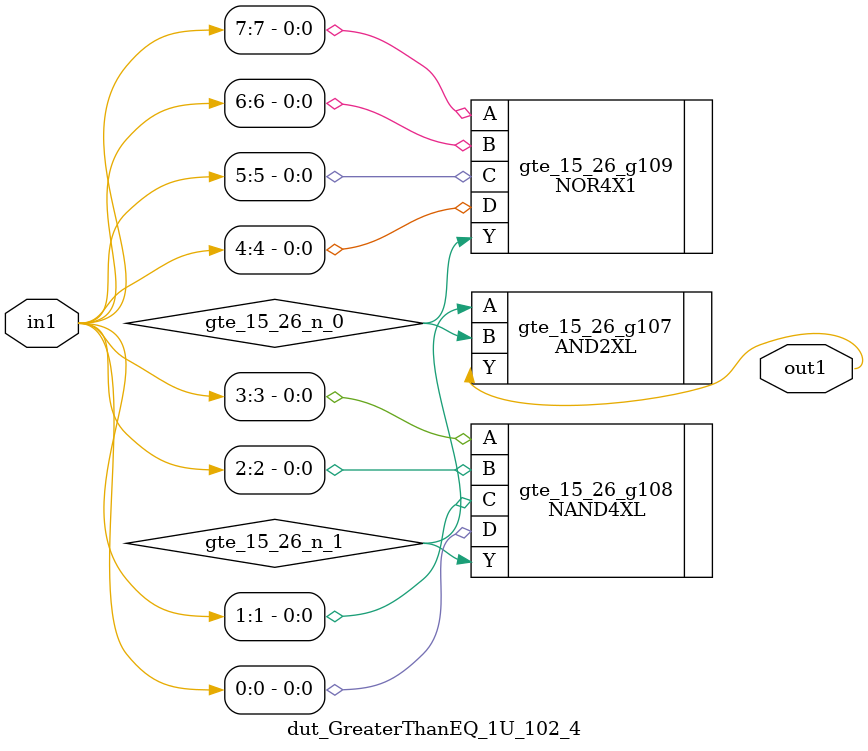
<source format=v>
`timescale 1ps / 1ps


module dut_GreaterThanEQ_1U_102_4(in1, out1);
  input [7:0] in1;
  output out1;
  wire [7:0] in1;
  wire out1;
  wire gte_15_26_n_0, gte_15_26_n_1;
  AND2XL gte_15_26_g107(.A (gte_15_26_n_1), .B (gte_15_26_n_0), .Y
       (out1));
  NAND4XL gte_15_26_g108(.A (in1[3]), .B (in1[2]), .C (in1[1]), .D
       (in1[0]), .Y (gte_15_26_n_1));
  NOR4X1 gte_15_26_g109(.A (in1[7]), .B (in1[6]), .C (in1[5]), .D
       (in1[4]), .Y (gte_15_26_n_0));
endmodule



</source>
